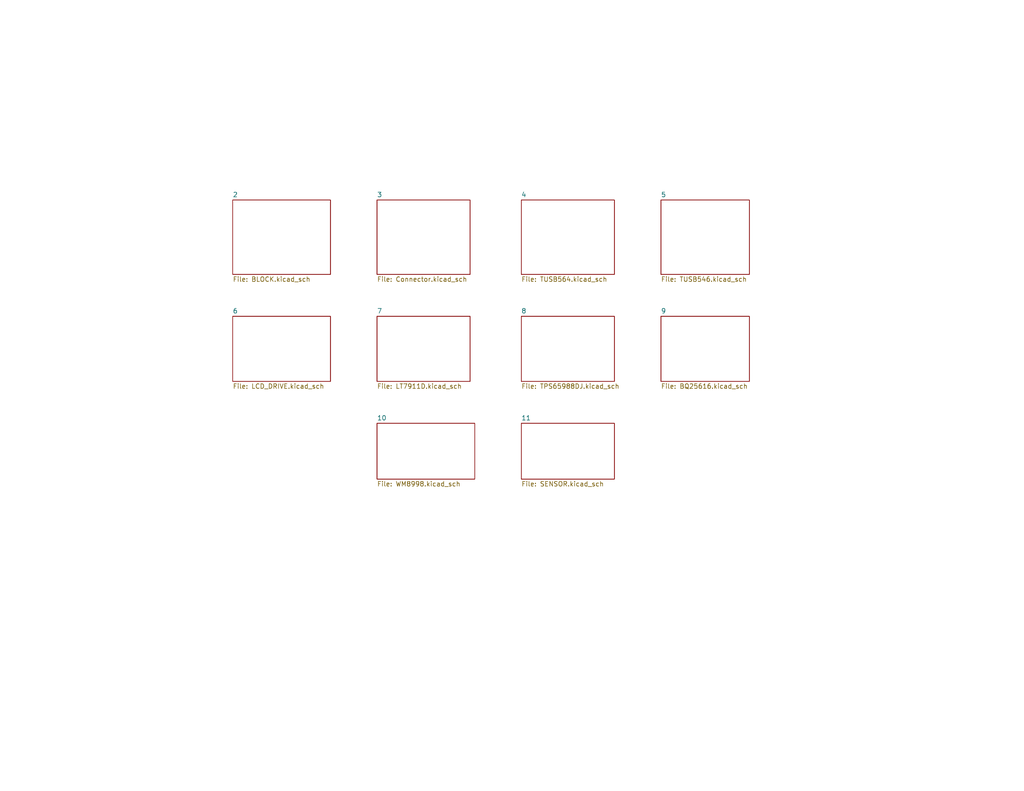
<source format=kicad_sch>
(kicad_sch (version 20211123) (generator eeschema)
  (paper "A")
  (lib_symbols)
  (sheet (at 63.5 54.61) (size 26.67 20.32)
    (property "Sheet name" "2" (at 63.5 53.8984 0) (effects (justify left bottom)))
    (property "Sheet file" "BLOCK.kicad_sch" (at 63.5 75.5146 0) (effects (justify left top)))
  )
  (sheet (at 102.87 54.61) (size 25.4 20.32)
    (property "Sheet name" "3" (at 102.87 53.8984 0) (effects (justify left bottom)))
    (property "Sheet file" "Connector.kicad_sch" (at 102.87 75.5146 0) (effects (justify left top)))
  )
  (sheet (at 142.24 54.61) (size 25.4 20.32)
    (property "Sheet name" "4" (at 142.24 53.8984 0) (effects (justify left bottom)))
    (property "Sheet file" "TUSB564.kicad_sch" (at 142.24 75.5146 0) (effects (justify left top)))
  )
  (sheet (at 180.34 54.61) (size 24.13 20.32)
    (property "Sheet name" "5" (at 180.34 53.8984 0) (effects (justify left bottom)))
    (property "Sheet file" "TUSB546.kicad_sch" (at 180.34 75.5146 0) (effects (justify left top)))
  )
  (sheet (at 63.5 86.36) (size 26.67 17.78)
    (property "Sheet name" "6" (at 63.5 85.6484 0) (effects (justify left bottom)))
    (property "Sheet file" "LCD_DRIVE.kicad_sch" (at 63.5 104.7246 0) (effects (justify left top)))
  )
  (sheet (at 102.87 86.36) (size 25.4 17.78)
    (property "Sheet name" "7" (at 102.87 85.6484 0) (effects (justify left bottom)))
    (property "Sheet file" "LT7911D.kicad_sch" (at 102.87 104.7246 0) (effects (justify left top)))
  )
  (sheet (at 142.24 86.36) (size 25.4 17.78)
    (property "Sheet name" "8" (at 142.24 85.6484 0) (effects (justify left bottom)))
    (property "Sheet file" "TPS65988DJ.kicad_sch" (at 142.24 104.7246 0) (effects (justify left top)))
  )
  (sheet (at 180.34 86.36) (size 24.13 17.78)
    (property "Sheet name" "9" (at 180.34 85.6484 0) (effects (justify left bottom)))
    (property "Sheet file" "BQ25616.kicad_sch" (at 180.34 104.7246 0) (effects (justify left top)))
  )
  (sheet (at 102.87 115.57) (size 26.67 15.24)
    (property "Sheet name" "10" (at 102.87 114.8584 0) (effects (justify left bottom)))
    (property "Sheet file" "WM8998.kicad_sch" (at 102.87 131.3946 0) (effects (justify left top)))
  )
  (sheet (at 142.24 115.57) (size 25.4 15.24)
    (property "Sheet name" "11" (at 142.24 114.8584 0) (effects (justify left bottom)))
    (property "Sheet file" "SENSOR.kicad_sch" (at 142.24 131.3946 0) (effects (justify left top)))
  )
)
</source>
